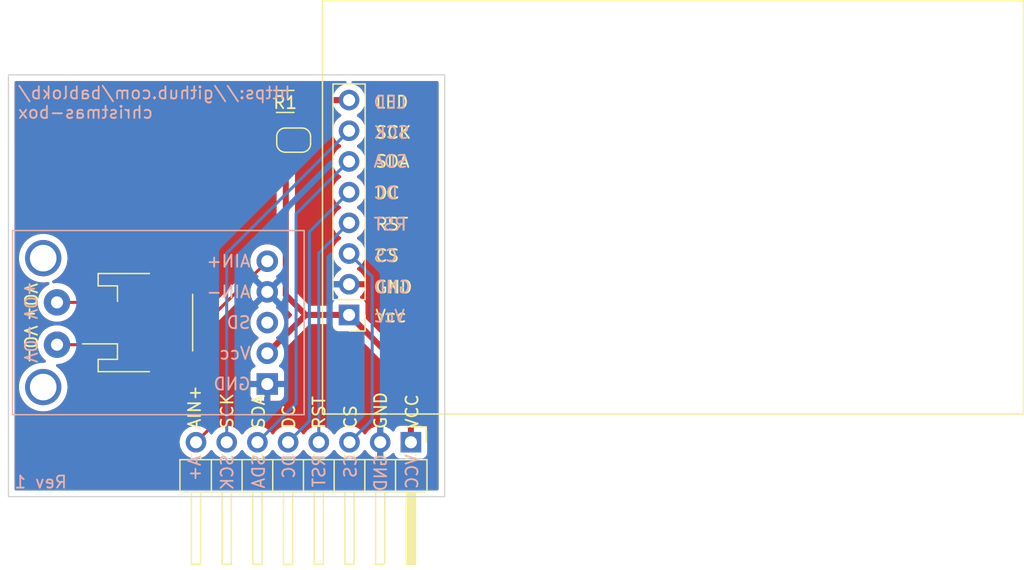
<source format=kicad_pcb>
(kicad_pcb (version 20211014) (generator pcbnew)
  (layers (0 "F.Cu" signal) (31 "B.Cu" signal) (34 "B.Paste" user) (35 "F.Paste" user) (36 "B.SilkS" user "B.Silkscreen") (37 "F.SilkS" user "F.Silkscreen") (38 "B.Mask" user) (39 "F.Mask" user) (44 "Edge.Cuts" user))
  (net 0 "")
  (net 1 "Net-(J1-Pad2)")
  (net 2 "Net-(J2-Pad3)")
  (net 3 "Net-(J2-Pad4)")
  (net 4 "Net-(J2-Pad5)")
  (net 5 "Net-(J2-Pad6)")
  (net 6 "Net-(J2-Pad7)")
  (net 7 "Net-(J2-Pad8)")
  (net 8 "Net-(JP1-Pad1)")
  (net 10 "Net-(J2-Pad1)")
  (net 11 "GND")
  (net 12 "Net-(J1-Pad1)")
  (footprint "user:TFT_1.8_no_SD" (layer "F.Cu") (at 123.885 82.965)
    (fp_text reference "U1" hide)
    (fp_text value "TFT_1.8_no_SD" hide)
    (fp_text user "DC" (at 1.935686 -10.1 unlocked) (layer "B.SilkS") (effects (justify right mirror)))
    (fp_text user "SCK" (at 1.935686 -15.1 unlocked) (layer "B.SilkS") (effects (justify right mirror)))
    (fp_text user "SDA" (at 1.935686 -12.7 unlocked) (layer "B.SilkS") (effects (justify right mirror)))
    (fp_text user "GND" (at 1.935686 -2.3 unlocked) (layer "B.SilkS") (effects (justify right mirror)))
    (fp_text user "Vcc" (at 1.935686 0.1 unlocked) (layer "B.SilkS") (effects (justify right mirror)))
    (fp_text user "RST" (at 1.935686 -7.5 unlocked) (layer "B.SilkS") (effects (justify right mirror)))
    (fp_text user "CS" (at 1.935686 -4.9 unlocked) (layer "B.SilkS") (effects (justify right mirror)))
    (fp_text user "LED" (at 1.935686 -17.6 unlocked) (layer "B.SilkS") (effects (justify right mirror)))
    (fp_text user "DC" (at 4.285714 -10.1 unlocked) (layer "F.SilkS") (effects (justify right)))
    (fp_text user "Vcc" (at 4.857143 0.1 unlocked) (layer "F.SilkS") (effects (justify right)))
    (fp_text user "SDA" (at 5.095238 -12.7 unlocked) (layer "F.SilkS") (effects (justify right)))
    (fp_text user "SCK" (at 5.238095 -15.1 unlocked) (layer "F.SilkS") (effects (justify right)))
    (fp_text user "CS" (at 4.238095 -4.9 unlocked) (layer "F.SilkS") (effects (justify right)))
    (fp_text user "GND" (at 5.333333 -2.3 unlocked) (layer "F.SilkS") (effects (justify right)))
    (fp_text user "RST" (at 5 -7.5 unlocked) (layer "F.SilkS") (effects (justify right)))
    (fp_text user "LED" (at 5 -17.6 unlocked) (layer "F.SilkS") (effects (justify right)))
    (fp_line (start 1.33 -19.11) (end -1.33 -19.11) (layer "F.SilkS") (width 0.12))
    (fp_line (start 1.33 -1.27) (end -1.33 -1.27) (layer "F.SilkS") (width 0.12))
    (fp_line (start 1.33 1.33) (end 0 1.33) (layer "F.SilkS") (width 0.12))
    (fp_line (start 1.33 0) (end 1.33 1.33) (layer "F.SilkS") (width 0.12))
    (fp_line (start 1.33 -1.27) (end 1.33 -19.11) (layer "F.SilkS") (width 0.12))
    (fp_line (start -1.33 -1.27) (end -1.33 -19.11) (layer "F.SilkS") (width 0.12))
    (fp_rect (start -2.2 8.2) (end 55.8 -26) (layer "F.SilkS") (width 0.12) (fill none))
    (pad "1" thru_hole rect (at 0 0 180) (size 1.7 1.7) (drill 1) (layers *.Cu *.Mask) (net 10 "Net-(J2-Pad1)"))
    (pad "2" thru_hole oval (at 0 -2.54 180) (size 1.7 1.7) (drill 1) (layers *.Cu *.Mask) (net 11 "GND"))
    (pad "3" thru_hole oval (at 0 -5.08 180) (size 1.7 1.7) (drill 1) (layers *.Cu *.Mask) (net 2 "Net-(J2-Pad3)"))
    (pad "4" thru_hole oval (at 0 -7.62 180) (size 1.7 1.7) (drill 1) (layers *.Cu *.Mask) (net 3 "Net-(J2-Pad4)"))
    (pad "5" thru_hole oval (at 0 -10.16 180) (size 1.7 1.7) (drill 1) (layers *.Cu *.Mask) (net 4 "Net-(J2-Pad5)"))
    (pad "6" thru_hole oval (at 0 -12.7 180) (size 1.7 1.7) (drill 1) (layers *.Cu *.Mask) (net 5 "Net-(J2-Pad6)"))
    (pad "7" thru_hole oval (at 0 -15.24 180) (size 1.7 1.7) (drill 1) (layers *.Cu *.Mask) (net 6 "Net-(J2-Pad7)"))
    (pad "8" thru_hole oval (at 0 -17.78 180) (size 1.7 1.7) (drill 1) (layers *.Cu *.Mask) (net 8 "Net-(JP1-Pad1)"))
  )
  (footprint "Jumper:SolderJumper-2_P1.3mm_Bridged_RoundedPad1.0x1.5mm" (layer "F.Cu") (at 119.3 68.5 180)
    (fp_text reference "JP1" hide)
    (fp_text value "SolderJumper_2_Bridged" hide)
    (fp_poly (pts (xy 0.25 -0.3) (xy -0.25 -0.3) (xy -0.25 0.3) (xy 0.25 0.3)) (layer "F.Cu") (width 0) (fill solid))
    (fp_line (start -1.4 0.3) (end -1.4 -0.3) (layer "F.SilkS") (width 0.12))
    (fp_line (start 0.7 1) (end -0.7 1) (layer "F.SilkS") (width 0.12))
    (fp_line (start -0.7 -1) (end 0.7 -1) (layer "F.SilkS") (width 0.12))
    (fp_line (start 1.4 -0.3) (end 1.4 0.3) (layer "F.SilkS") (width 0.12))
    (fp_arc (start 1.4 0.3) (mid 1.194975 0.794975) (end 0.7 1) (layer "F.SilkS") (width 0.12))
    (fp_arc (start 0.7 -1) (mid 1.194975 -0.794975) (end 1.4 -0.3) (layer "F.SilkS") (width 0.12))
    (fp_arc (start -0.7 1) (mid -1.194975 0.794975) (end -1.4 0.3) (layer "F.SilkS") (width 0.12))
    (fp_arc (start -1.4 -0.3) (mid -1.194975 -0.794975) (end -0.7 -1) (layer "F.SilkS") (width 0.12))
    (pad "1" smd custom (at -0.65 0 180) (size 1 0.5) (layers "F.Cu" "F.Mask") (net 8 "Net-(JP1-Pad1)") (options (clearance outline) (anchor rect)) (primitives (gr_circle (center 0 0.25) (end 0.5 0.25) (width 0) (fill yes)) (gr_circle (center 0 -0.25) (end 0.5 -0.25) (width 0) (fill yes)) (gr_poly (pts (xy 0.5 0.75) (xy 0 0.75) (xy 0 -0.75) (xy 0.5 -0.75)) (width 0) (fill yes))))
    (pad "2" smd custom (at 0.65 0 180) (size 1 0.5) (layers "F.Cu" "F.Mask") (net 10 "Net-(J2-Pad1)") (options (clearance outline) (anchor rect)) (primitives (gr_circle (center 0 0.25) (end 0.5 0.25) (width 0) (fill yes)) (gr_circle (center 0 -0.25) (end 0.5 -0.25) (width 0) (fill yes)) (gr_poly (pts (xy 0 0.75) (xy -0.5 0.75) (xy -0.5 -0.75) (xy 0 -0.75)) (width 0) (fill yes))))
  )
  (footprint "Connector_JST:JST_PH_S2B-PH-SM4-TB_1x02-1MP_P2.00mm_Horizontal" (layer "F.Cu") (at 106.43 83.6 90)
    (fp_text reference "J1" hide)
    (fp_text value "JST-PH2" hide)
    (fp_line (start 3.04 -1.71) (end 1.76 -1.71) (layer "F.SilkS") (width 0.12))
    (fp_line (start 4.06 0.94) (end 4.06 -3.31) (layer "F.SilkS") (width 0.12))
    (fp_line (start -1.76 -1.71) (end -1.76 -4.6) (layer "F.SilkS") (width 0.12))
    (fp_line (start -4.06 -3.31) (end -3.04 -3.31) (layer "F.SilkS") (width 0.12))
    (fp_line (start -3.04 -1.71) (end -1.76 -1.71) (layer "F.SilkS") (width 0.12))
    (fp_line (start -4.06 0.94) (end -4.06 -3.31) (layer "F.SilkS") (width 0.12))
    (fp_line (start -2.34 4.51) (end 2.34 4.51) (layer "F.SilkS") (width 0.12))
    (fp_line (start 4.06 -3.31) (end 3.04 -3.31) (layer "F.SilkS") (width 0.12))
    (fp_line (start 3.04 -3.31) (end 3.04 -1.71) (layer "F.SilkS") (width 0.12))
    (fp_line (start -3.04 -3.31) (end -3.04 -1.71) (layer "F.SilkS") (width 0.12))
    (pad "1" smd roundrect (at -1 -2.85 90) (size 1 3.5) (layers "F.Cu" "F.Paste" "F.Mask") (net 12 "Net-(J1-Pad1)"))
    (pad "2" smd roundrect (at 1 -2.85 90) (size 1 3.5) (layers "F.Cu" "F.Paste" "F.Mask") (net 1 "Net-(J1-Pad2)"))
    (pad "MP" smd roundrect (at 3.35 2.9 90) (size 1.5 3.4) (layers "F.Cu" "F.Paste" "F.Mask") (roundrect_rratio 0.166667))
    (pad "MP" smd roundrect (at -3.35 2.9 90) (size 1.5 3.4) (layers "F.Cu" "F.Paste" "F.Mask") (roundrect_rratio 0.166667))
  )
  (footprint "Connector_PinHeader_2.54mm:PinHeader_1x08_P2.54mm_Horizontal" (layer "F.Cu") (at 129 93.5 -90)
    (fp_text reference "J2" hide)
    (fp_text value "Conn_01x08" hide)
    (fp_line (start 1.042929 4.7) (end 1.44 4.7) (layer "F.SilkS") (width 0.12))
    (fp_line (start 1.44 1.27) (end 4.1 1.27) (layer "F.SilkS") (width 0.12))
    (fp_line (start 1.042929 18.16) (end 1.44 18.16) (layer "F.SilkS") (width 0.12))
    (fp_line (start 1.042929 15.62) (end 1.44 15.62) (layer "F.SilkS") (width 0.12))
    (fp_line (start -1.27 -1.27) (end 0 -1.27) (layer "F.SilkS") (width 0.12))
    (fp_line (start 10.1 5.46) (end 4.1 5.46) (layer "F.SilkS") (width 0.12))
    (fp_line (start 10.1 15.62) (end 4.1 15.62) (layer "F.SilkS") (width 0.12))
    (fp_line (start 4.1 19.11) (end 4.1 -1.33) (layer "F.SilkS") (width 0.12))
    (fp_line (start 1.44 -1.33) (end 1.44 19.11) (layer "F.SilkS") (width 0.12))
    (fp_line (start 1.042929 2.16) (end 1.44 2.16) (layer "F.SilkS") (width 0.12))
    (fp_line (start 4.1 -0.08) (end 10.1 -0.08) (layer "F.SilkS") (width 0.12))
    (fp_line (start 4.1 -0.32) (end 10.1 -0.32) (layer "F.SilkS") (width 0.12))
    (fp_line (start 10.1 18.16) (end 4.1 18.16) (layer "F.SilkS") (width 0.12))
    (fp_line (start 1.44 8.89) (end 4.1 8.89) (layer "F.SilkS") (width 0.12))
    (fp_line (start 10.1 0.38) (end 4.1 0.38) (layer "F.SilkS") (width 0.12))
    (fp_line (start 10.1 10.54) (end 4.1 10.54) (layer "F.SilkS") (width 0.12))
    (fp_line (start 1.44 16.51) (end 4.1 16.51) (layer "F.SilkS") (width 0.12))
    (fp_line (start 4.1 2.16) (end 10.1 2.16) (layer "F.SilkS") (width 0.12))
    (fp_line (start 1.44 6.35) (end 4.1 6.35) (layer "F.SilkS") (width 0.12))
    (fp_line (start 1.042929 9.78) (end 1.44 9.78) (layer "F.SilkS") (width 0.12))
    (fp_line (start 1.042929 12.32) (end 1.44 12.32) (layer "F.SilkS") (width 0.12))
    (fp_line (start 1.44 19.11) (end 4.1 19.11) (layer "F.SilkS") (width 0.12))
    (fp_line (start 1.042929 13.08) (end 1.44 13.08) (layer "F.SilkS") (width 0.12))
    (fp_line (start 10.1 12.32) (end 10.1 13.08) (layer "F.SilkS") (width 0.12))
    (fp_line (start 4.1 17.4) (end 10.1 17.4) (layer "F.SilkS") (width 0.12))
    (fp_line (start 4.1 0.16) (end 10.1 0.16) (layer "F.SilkS") (width 0.12))
    (fp_line (start 1.44 11.43) (end 4.1 11.43) (layer "F.SilkS") (width 0.12))
    (fp_line (start 10.1 -0.38) (end 10.1 0.38) (layer "F.SilkS") (width 0.12))
    (fp_line (start 4.1 -1.33) (end 1.44 -1.33) (layer "F.SilkS") (width 0.12))
    (fp_line (start 1.44 13.97) (end 4.1 13.97) (layer "F.SilkS") (width 0.12))
    (fp_line (start 4.1 9.78) (end 10.1 9.78) (layer "F.SilkS") (width 0.12))
    (fp_line (start 10.1 17.4) (end 10.1 18.16) (layer "F.SilkS") (width 0.12))
    (fp_line (start 4.1 -0.38) (end 10.1 -0.38) (layer "F.SilkS") (width 0.12))
    (fp_line (start 1.11 -0.38) (end 1.44 -0.38) (layer "F.SilkS") (width 0.12))
    (fp_line (start 1.042929 8) (end 1.44 8) (layer "F.SilkS") (width 0.12))
    (fp_line (start 1.042929 14.86) (end 1.44 14.86) (layer "F.SilkS") (width 0.12))
    (fp_line (start 10.1 8) (end 4.1 8) (layer "F.SilkS") (width 0.12))
    (fp_line (start 1.042929 2.92) (end 1.44 2.92) (layer "F.SilkS") (width 0.12))
    (fp_line (start 4.1 0.04) (end 10.1 0.04) (layer "F.SilkS") (width 0.12))
    (fp_line (start 4.1 -0.2) (end 10.1 -0.2) (layer "F.SilkS") (width 0.12))
    (fp_line (start 10.1 4.7) (end 10.1 5.46) (layer "F.SilkS") (width 0.12))
    (fp_line (start 1.042929 7.24) (end 1.44 7.24) (layer "F.SilkS") (width 0.12))
    (fp_line (start 10.1 14.86) (end 10.1 15.62) (layer "F.SilkS") (width 0.12))
    (fp_line (start 1.11 0.38) (end 1.44 0.38) (layer "F.SilkS") (width 0.12))
    (fp_line (start 10.1 9.78) (end 10.1 10.54) (layer "F.SilkS") (width 0.12))
    (fp_line (start 1.44 3.81) (end 4.1 3.81) (layer "F.SilkS") (width 0.12))
    (fp_line (start 4.1 0.28) (end 10.1 0.28) (layer "F.SilkS") (width 0.12))
    (fp_line (start 4.1 14.86) (end 10.1 14.86) (layer "F.SilkS") (width 0.12))
    (fp_line (start 4.1 7.24) (end 10.1 7.24) (layer "F.SilkS") (width 0.12))
    (fp_line (start 10.1 7.24) (end 10.1 8) (layer "F.SilkS") (width 0.12))
    (fp_line (start 1.042929 17.4) (end 1.44 17.4) (layer "F.SilkS") (width 0.12))
    (fp_line (start 4.1 4.7) (end 10.1 4.7) (layer "F.SilkS") (width 0.12))
    (fp_line (start 1.042929 10.54) (end 1.44 10.54) (layer "F.SilkS") (width 0.12))
    (fp_line (start 10.1 2.92) (end 4.1 2.92) (layer "F.SilkS") (width 0.12))
    (fp_line (start 10.1 13.08) (end 4.1 13.08) (layer "F.SilkS") (width 0.12))
    (fp_line (start 4.1 12.32) (end 10.1 12.32) (layer "F.SilkS") (width 0.12))
    (fp_line (start -1.27 0) (end -1.27 -1.27) (layer "F.SilkS") (width 0.12))
    (fp_line (start 10.1 2.16) (end 10.1 2.92) (layer "F.SilkS") (width 0.12))
    (fp_line (start 1.042929 5.46) (end 1.44 5.46) (layer "F.SilkS") (width 0.12))
    (pad "1" thru_hole rect (at 0 0 270) (size 1.7 1.7) (drill 1) (layers *.Cu *.Mask) (net 10 "Net-(J2-Pad1)"))
    (pad "2" thru_hole oval (at 0 2.54 270) (size 1.7 1.7) (drill 1) (layers *.Cu *.Mask) (net 11 "GND"))
    (pad "3" thru_hole oval (at 0 5.08 270) (size 1.7 1.7) (drill 1) (layers *.Cu *.Mask) (net 2 "Net-(J2-Pad3)"))
    (pad "4" thru_hole oval (at 0 7.62 270) (size 1.7 1.7) (drill 1) (layers *.Cu *.Mask) (net 3 "Net-(J2-Pad4)"))
    (pad "5" thru_hole oval (at 0 10.16 270) (size 1.7 1.7) (drill 1) (layers *.Cu *.Mask) (net 4 "Net-(J2-Pad5)"))
    (pad "6" thru_hole oval (at 0 12.7 270) (size 1.7 1.7) (drill 1) (layers *.Cu *.Mask) (net 5 "Net-(J2-Pad6)"))
    (pad "7" thru_hole oval (at 0 15.24 270) (size 1.7 1.7) (drill 1) (layers *.Cu *.Mask) (net 6 "Net-(J2-Pad7)"))
    (pad "8" thru_hole oval (at 0 17.78 270) (size 1.7 1.7) (drill 1) (layers *.Cu *.Mask) (net 7 "Net-(J2-Pad8)"))
  )
  (footprint "Resistor_SMD:R_1206_3216Metric_Pad1.30x1.75mm_HandSolder" (layer "F.Cu") (at 118.6 65.3)
    (fp_text reference "R1" (at 0 0.1) (layer "F.SilkS"))
    (fp_text value "R" hide)
    (fp_line (start -0.727064 0.91) (end 0.727064 0.91) (layer "F.SilkS") (width 0.12))
    (fp_line (start -0.727064 -0.91) (end 0.727064 -0.91) (layer "F.SilkS") (width 0.12))
    (pad "1" smd roundrect (at -1.55 0) (size 1.3 1.75) (layers "F.Cu" "F.Paste" "F.Mask") (roundrect_rratio 0.1923076923) (net 10 "Net-(J2-Pad1)"))
    (pad "2" smd roundrect (at 1.55 0) (size 1.3 1.75) (layers "F.Cu" "F.Paste" "F.Mask") (roundrect_rratio 0.1923076923) (net 8 "Net-(JP1-Pad1)"))
  )
  (footprint "user:PAM8302A_Breakout" (layer "B.Cu") (at 117.117 88.68 180)
    (fp_text reference "U2" hide)
    (fp_text value "PAM8302AAD" hide)
    (fp_text user "Vcc" (at 1.3 2.54 unlocked) (layer "B.SilkS") (effects (justify left mirror)))
    (fp_text user "VO+" (at 19.6 8.6 270 unlocked) (layer "B.SilkS") (effects (justify right mirror)))
    (fp_text user "AIN-" (at 1.3 7.62 unlocked) (layer "B.SilkS") (effects (justify left mirror)))
    (fp_text user "SD" (at 1.3 5.08 unlocked) (layer "B.SilkS") (effects (justify left mirror)))
    (fp_text user "VO-" (at 19.6 5 270 unlocked) (layer "B.SilkS") (effects (justify right mirror)))
    (fp_text user "AIN+" (at 1.3 10.16 unlocked) (layer "B.SilkS") (effects (justify left mirror)))
    (fp_text user "GND" (at 1.3 0 unlocked) (layer "B.SilkS") (effects (justify left mirror)))
    (fp_text user "VO+" (at 19.6 5.1 270 unlocked) (layer "F.SilkS") (effects (justify right)))
    (fp_text user "VO-" (at 19.6 1.6 270 unlocked) (layer "F.SilkS") (effects (justify right)))
    (fp_line (start -3.048 12.7) (end -3.048 -2.54) (layer "B.SilkS") (width 0.12))
    (fp_line (start 21.082 12.7) (end 21.082 -2.54) (layer "B.SilkS") (width 0.12))
    (fp_line (start -3.048 -2.54) (end 21.082 -2.54) (layer "B.SilkS") (width 0.12))
    (fp_line (start -3.048 12.7) (end 21.082 12.7) (layer "B.SilkS") (width 0.12))
    (pad "$P1" thru_hole circle (at 18.542 -0.254 180) (size 3 3) (drill 2.2) (layers *.Cu *.Mask))
    (pad "$P2" thru_hole circle (at 18.542 10.414 180) (size 3 3) (drill 2.2) (layers *.Cu *.Mask))
    (pad "1" thru_hole circle (at 0 5.08 180) (size 1.778 1.778) (drill 1) (layers *.Cu *.Mask))
    (pad "3" thru_hole circle (at 0 10.16 180) (size 1.778 1.778) (drill 1) (layers *.Cu *.Mask) (net 7 "Net-(J2-Pad8)"))
    (pad "4" thru_hole circle (at 0 7.62 180) (size 1.778 1.778) (drill 1) (layers *.Cu *.Mask) (net 11 "GND"))
    (pad "5" thru_hole circle (at 17.399 6.753 180) (size 2.1844 2.1844) (drill 1) (layers *.Cu *.Mask) (net 1 "Net-(J1-Pad2)"))
    (pad "6" thru_hole circle (at 0 2.54 180) (size 1.778 1.778) (drill 1) (layers *.Cu *.Mask) (net 10 "Net-(J2-Pad1)"))
    (pad "7" thru_hole rect (at 0 0 180) (size 1.778 1.778) (drill 1) (layers *.Cu *.Mask) (net 11 "GND"))
    (pad "8" thru_hole circle (at 17.399 3.253 180) (size 2.1844 2.1844) (drill 1) (layers *.Cu *.Mask) (net 12 "Net-(J1-Pad1)"))
  )
  (gr_rect (start 131.8 63.1) (end 95.7 98) (layer "Edge.Cuts") (width 0.1) (fill none))
  (gr_text "CS" (at 124 95.482142 90) (layer "B.SilkS") (effects (font (size 1 1)) (justify mirror)))
  (gr_text "SCK" (at 113.8 95.982142 90) (layer "B.SilkS") (effects (font (size 1 1)) (justify mirror)))
  (gr_text "SDA" (at 116.4 95.910714 90) (layer "B.SilkS") (effects (font (size 1 1)) (justify mirror)))
  (gr_text "Rev 1" (at 96.1 96.8) (layer "B.SilkS") (effects (font (size 1 1)) (justify right mirror)))
  (gr_text "RST" (at 121.4 95.863095 90) (layer "B.SilkS") (effects (font (size 1 1)) (justify mirror)))
  (gr_text "DC" (at 118.9 95.505952 90) (layer "B.SilkS") (effects (font (size 1 1)) (justify mirror)))
  (gr_text "VCC" (at 129.1 95.934523 90) (layer "B.SilkS") (effects (font (size 1 1)) (justify mirror)))
  (gr_text "https://github.com/bablokb/\n              christmas-box" (at 96.4 65.4) (layer "B.SilkS") (effects (font (size 1 1)) (justify right mirror)))
  (gr_text "GND" (at 126.5 96.029761 90) (layer "B.SilkS") (effects (font (size 1 1)) (justify mirror)))
  (gr_text "A+" (at 111.1 96.8 90) (layer "B.SilkS") (effects (font (size 1 1)) (justify right mirror)))
  (gr_text "AIN+" (at 111.1 88.7 90) (layer "F.SilkS") (effects (font (size 1 1)) (justify right)))
  (gr_text "CS" (at 124 91.417858 90) (layer "F.SilkS") (effects (font (size 1 1))))
  (gr_text "DC" (at 118.9 91.394048 90) (layer "F.SilkS") (effects (font (size 1 1))))
  (gr_text "GND" (at 126.5 90.870239 90) (layer "F.SilkS") (effects (font (size 1 1))))
  (gr_text "SCK" (at 113.8 90.917858 90) (layer "F.SilkS") (effects (font (size 1 1))))
  (gr_text "VCC" (at 129.1 90.965477 90) (layer "F.SilkS") (effects (font (size 1 1))))
  (gr_text "RST" (at 121.4 91.036905 90) (layer "F.SilkS") (effects (font (size 1 1))))
  (gr_text "SDA" (at 116.4 90.989286 90) (layer "F.SilkS") (effects (font (size 1 1))))
  (segment (start 103.58 82.6) (end 102.907 81.927) (width 0.25) (layer "F.Cu") (net 1))
  (segment (start 102.907 81.927) (end 99.718 81.927) (width 0.25) (layer "F.Cu") (net 1))
  (segment (start 123.885 77.885) (end 125.8 79.8) (width 0.25) (layer "B.Cu") (net 2))
  (segment (start 125.8 91.62) (end 123.92 93.5) (width 0.25) (layer "B.Cu") (net 2))
  (segment (start 125.8 79.8) (end 125.8 91.62) (width 0.25) (layer "B.Cu") (net 2))
  (segment (start 121.38 77.85) (end 121.38 93.5) (width 0.25) (layer "B.Cu") (net 3))
  (segment (start 123.885 75.345) (end 121.38 77.85) (width 0.25) (layer "B.Cu") (net 3))
  (segment (start 120.6 91.74) (end 120.6 76.09) (width 0.25) (layer "B.Cu") (net 4))
  (segment (start 120.6 76.09) (end 123.885 72.805) (width 0.25) (layer "B.Cu") (net 4))
  (segment (start 118.84 93.5) (end 120.6 91.74) (width 0.25) (layer "B.Cu") (net 4))
  (segment (start 123.835 70.265) (end 119.5 74.6) (width 0.25) (layer "B.Cu") (net 5))
  (segment (start 123.885 70.265) (end 123.835 70.265) (width 0.25) (layer "B.Cu") (net 5))
  (segment (start 119.5 74.6) (end 119.5 90.3) (width 0.25) (layer "B.Cu") (net 5))
  (segment (start 119.5 90.3) (end 116.3 93.5) (width 0.25) (layer "B.Cu") (net 5))
  (segment (start 113.76 93.5) (end 113.76 77.85) (width 0.25) (layer "B.Cu") (net 6))
  (segment (start 113.76 77.85) (end 123.885 67.725) (width 0.25) (layer "B.Cu") (net 6))
  (segment (start 112.34 92.38) (end 112.34 83.297) (width 0.25) (layer "F.Cu") (net 7))
  (segment (start 112.34 83.297) (end 117.117 78.52) (width 0.25) (layer "F.Cu") (net 7))
  (segment (start 111.22 93.5) (end 112.34 92.38) (width 0.25) (layer "F.Cu") (net 7))
  (segment (start 120.15 65.3) (end 120.265 65.185) (width 0.25) (layer "F.Cu") (net 8))
  (segment (start 120.265 65.185) (end 123.885 65.185) (width 0.5) (layer "F.Cu") (net 8))
  (segment (start 120.2 68.25) (end 120.2 65.35) (width 0.5) (layer "F.Cu") (net 8))
  (segment (start 119.95 68.5) (end 120.2 68.25) (width 0.25) (layer "F.Cu") (net 8))
  (segment (start 120.2 65.35) (end 120.15 65.3) (width 0.25) (layer "F.Cu") (net 8))
  (segment (start 118.65 81.323) (end 120.292 82.965) (width 0.5) (layer "F.Cu") (net 10))
  (segment (start 129 88.08) (end 123.885 82.965) (width 0.5) (layer "F.Cu") (net 10))
  (segment (start 117.05 66.9) (end 117.05 65.3) (width 0.5) (layer "F.Cu") (net 10))
  (segment (start 123.885 82.965) (end 120.292 82.965) (width 0.5) (layer "F.Cu") (net 10))
  (segment (start 120.292 82.965) (end 117.117 86.14) (width 0.5) (layer "F.Cu") (net 10))
  (segment (start 118.65 68.5) (end 117.05 66.9) (width 0.5) (layer "F.Cu") (net 10))
  (segment (start 118.65 68.5) (end 118.65 81.323) (width 0.5) (layer "F.Cu") (net 10))
  (segment (start 129 93.5) (end 129 88.08) (width 0.5) (layer "F.Cu") (net 10))
  (segment (start 103.58 84.6) (end 102.753 85.427) (width 0.25) (layer "F.Cu") (net 12))
  (segment (start 102.753 85.427) (end 99.718 85.427) (width 0.25) (layer "F.Cu") (net 12))
  (zone (net 11) (net_name "GND") (layer "F.Cu") (connect_pads (clearance 0.508)) (min_thickness 0.254) (fill yes (thermal_gap 0.508) (thermal_bridge_width 0.508))
    (polygon (pts (xy 132.5 100) (xy 95 100) (xy 95 62.5) (xy 132.5 62.5)))
  )
  (zone (net 11) (net_name "GND") (layer "B.Cu") (connect_pads (clearance 0.508)) (min_thickness 0.254) (fill yes (thermal_gap 0.508) (thermal_bridge_width 0.508))
    (polygon (pts (xy 132.5 100) (xy 95 100) (xy 95 62.5) (xy 132.5 62.5)))
  )
)
</source>
